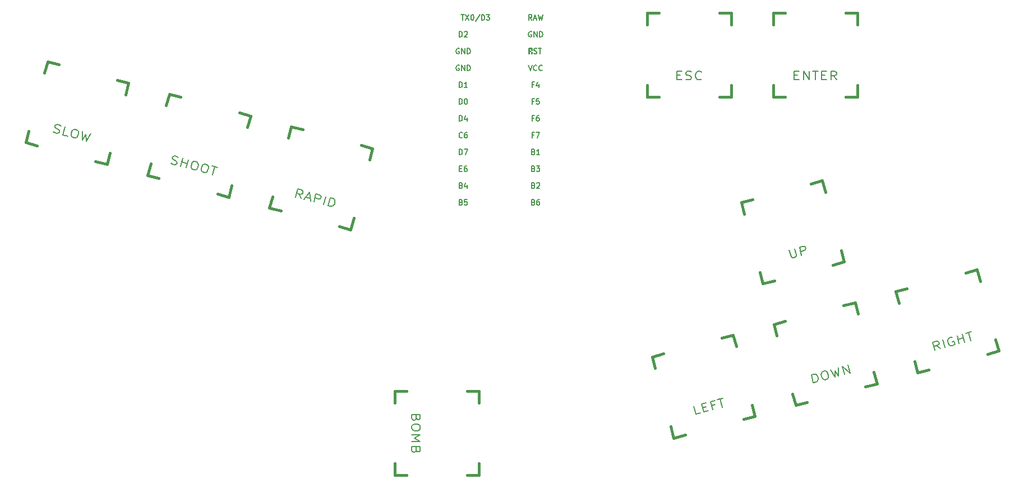
<source format=gbr>
%TF.GenerationSoftware,KiCad,Pcbnew,(5.1.10-1-10_14)*%
%TF.CreationDate,2021-08-10T17:18:57+02:00*%
%TF.ProjectId,project,70726f6a-6563-4742-9e6b-696361645f70,rev?*%
%TF.SameCoordinates,Original*%
%TF.FileFunction,Legend,Top*%
%TF.FilePolarity,Positive*%
%FSLAX46Y46*%
G04 Gerber Fmt 4.6, Leading zero omitted, Abs format (unit mm)*
G04 Created by KiCad (PCBNEW (5.1.10-1-10_14)) date 2021-08-10 17:18:57*
%MOMM*%
%LPD*%
G01*
G04 APERTURE LIST*
%ADD10C,0.150000*%
%ADD11C,0.381000*%
%ADD12C,0.203200*%
G04 APERTURE END LIST*
D10*
%TO.C,U0*%
G36*
X155744068Y-53345610D02*
G01*
X155744068Y-53645610D01*
X155644068Y-53645610D01*
X155644068Y-53345610D01*
X155744068Y-53345610D01*
G37*
X155744068Y-53345610D02*
X155744068Y-53645610D01*
X155644068Y-53645610D01*
X155644068Y-53345610D01*
X155744068Y-53345610D01*
G36*
X155544068Y-53745610D02*
G01*
X155544068Y-53845610D01*
X155444068Y-53845610D01*
X155444068Y-53745610D01*
X155544068Y-53745610D01*
G37*
X155544068Y-53745610D02*
X155544068Y-53845610D01*
X155444068Y-53845610D01*
X155444068Y-53745610D01*
X155544068Y-53745610D01*
G36*
X155744068Y-53345610D02*
G01*
X155744068Y-53445610D01*
X155244068Y-53445610D01*
X155244068Y-53345610D01*
X155744068Y-53345610D01*
G37*
X155744068Y-53345610D02*
X155744068Y-53445610D01*
X155244068Y-53445610D01*
X155244068Y-53345610D01*
X155744068Y-53345610D01*
G36*
X155344068Y-53345610D02*
G01*
X155344068Y-54145610D01*
X155244068Y-54145610D01*
X155244068Y-53345610D01*
X155344068Y-53345610D01*
G37*
X155344068Y-53345610D02*
X155344068Y-54145610D01*
X155244068Y-54145610D01*
X155244068Y-53345610D01*
X155344068Y-53345610D01*
G36*
X155744068Y-53945610D02*
G01*
X155744068Y-54145610D01*
X155644068Y-54145610D01*
X155644068Y-53945610D01*
X155744068Y-53945610D01*
G37*
X155744068Y-53945610D02*
X155744068Y-54145610D01*
X155644068Y-54145610D01*
X155644068Y-53945610D01*
X155744068Y-53945610D01*
D11*
%TO.C,RIGHT*%
X210643620Y-90111938D02*
X212361036Y-89651758D01*
X221193462Y-87285116D02*
X222910878Y-86824936D01*
X222910878Y-86824936D02*
X223371058Y-88542352D01*
X225737700Y-97374778D02*
X226197880Y-99092194D01*
X226197880Y-99092194D02*
X224480464Y-99552374D01*
X215648038Y-101919016D02*
X213930622Y-102379196D01*
X213930622Y-102379196D02*
X213470442Y-100661780D01*
X211103800Y-91829354D02*
X210643620Y-90111938D01*
%TO.C,DOWN*%
X192242733Y-95042441D02*
X193960149Y-94582261D01*
X202792575Y-92215619D02*
X204509991Y-91755439D01*
X204509991Y-91755439D02*
X204970171Y-93472855D01*
X207336813Y-102305281D02*
X207796993Y-104022697D01*
X207796993Y-104022697D02*
X206079577Y-104482877D01*
X197247151Y-106849519D02*
X195529735Y-107309699D01*
X195529735Y-107309699D02*
X195069555Y-105592283D01*
X192702913Y-96759857D02*
X192242733Y-95042441D01*
%TO.C,UP*%
X187312230Y-76641554D02*
X189029646Y-76181374D01*
X197862072Y-73814732D02*
X199579488Y-73354552D01*
X199579488Y-73354552D02*
X200039668Y-75071968D01*
X202406310Y-83904394D02*
X202866490Y-85621810D01*
X202866490Y-85621810D02*
X201149074Y-86081990D01*
X192316648Y-88448632D02*
X190599232Y-88908812D01*
X190599232Y-88908812D02*
X190139052Y-87191396D01*
X187772410Y-78358970D02*
X187312230Y-76641554D01*
%TO.C,LEFT*%
X173841846Y-99972944D02*
X175559262Y-99512764D01*
X184391688Y-97146122D02*
X186109104Y-96685942D01*
X186109104Y-96685942D02*
X186569284Y-98403358D01*
X188935926Y-107235784D02*
X189396106Y-108953200D01*
X189396106Y-108953200D02*
X187678690Y-109413380D01*
X178846264Y-111780022D02*
X177128848Y-112240202D01*
X177128848Y-112240202D02*
X176668668Y-110522786D01*
X174302026Y-101690360D02*
X173841846Y-99972944D01*
%TO.C,ENTER*%
X192151000Y-48006000D02*
X193929000Y-48006000D01*
X203073000Y-48006000D02*
X204851000Y-48006000D01*
X204851000Y-48006000D02*
X204851000Y-49784000D01*
X204851000Y-58928000D02*
X204851000Y-60706000D01*
X204851000Y-60706000D02*
X203073000Y-60706000D01*
X193929000Y-60706000D02*
X192151000Y-60706000D01*
X192151000Y-60706000D02*
X192151000Y-58928000D01*
X192151000Y-49784000D02*
X192151000Y-48006000D01*
%TO.C,ESC*%
X173101000Y-48006000D02*
X174879000Y-48006000D01*
X184023000Y-48006000D02*
X185801000Y-48006000D01*
X185801000Y-48006000D02*
X185801000Y-49784000D01*
X185801000Y-58928000D02*
X185801000Y-60706000D01*
X185801000Y-60706000D02*
X184023000Y-60706000D01*
X174879000Y-60706000D02*
X173101000Y-60706000D01*
X173101000Y-60706000D02*
X173101000Y-58928000D01*
X173101000Y-49784000D02*
X173101000Y-48006000D01*
%TO.C,BOMB*%
X147701000Y-105156000D02*
X147701000Y-106934000D01*
X147701000Y-116078000D02*
X147701000Y-117856000D01*
X147701000Y-117856000D02*
X145923000Y-117856000D01*
X136779000Y-117856000D02*
X135001000Y-117856000D01*
X135001000Y-117856000D02*
X135001000Y-116078000D01*
X135001000Y-106934000D02*
X135001000Y-105156000D01*
X135001000Y-105156000D02*
X136779000Y-105156000D01*
X145923000Y-105156000D02*
X147701000Y-105156000D01*
%TO.C,RAPID*%
X119378147Y-65196998D02*
X121095563Y-65657178D01*
X129927989Y-68023820D02*
X131645405Y-68484000D01*
X131645405Y-68484000D02*
X131185225Y-70201416D01*
X128818583Y-79033842D02*
X128358403Y-80751258D01*
X128358403Y-80751258D02*
X126640987Y-80291078D01*
X117808561Y-77924436D02*
X116091145Y-77464256D01*
X116091145Y-77464256D02*
X116551325Y-75746840D01*
X118917967Y-66914414D02*
X119378147Y-65196998D01*
%TO.C,SHOOT*%
X100977260Y-60266495D02*
X102694676Y-60726675D01*
X111527102Y-63093317D02*
X113244518Y-63553497D01*
X113244518Y-63553497D02*
X112784338Y-65270913D01*
X110417696Y-74103339D02*
X109957516Y-75820755D01*
X109957516Y-75820755D02*
X108240100Y-75360575D01*
X99407674Y-72993933D02*
X97690258Y-72533753D01*
X97690258Y-72533753D02*
X98150438Y-70816337D01*
X100517080Y-61983911D02*
X100977260Y-60266495D01*
%TO.C,SLOW*%
X82576373Y-55335993D02*
X84293789Y-55796173D01*
X93126215Y-58162815D02*
X94843631Y-58622995D01*
X94843631Y-58622995D02*
X94383451Y-60340411D01*
X92016809Y-69172837D02*
X91556629Y-70890253D01*
X91556629Y-70890253D02*
X89839213Y-70430073D01*
X81006787Y-68063431D02*
X79289371Y-67603251D01*
X79289371Y-67603251D02*
X79749551Y-65885835D01*
X82116193Y-57053409D02*
X82576373Y-55335993D01*
%TO.C,U0*%
D10*
X145050151Y-48298154D02*
X145507294Y-48298154D01*
X145278723Y-49098154D02*
X145278723Y-48298154D01*
X145697770Y-48298154D02*
X146231104Y-49098154D01*
X146231104Y-48298154D02*
X145697770Y-49098154D01*
X146688247Y-48298154D02*
X146764437Y-48298154D01*
X146840628Y-48336250D01*
X146878723Y-48374345D01*
X146916818Y-48450535D01*
X146954913Y-48602916D01*
X146954913Y-48793392D01*
X146916818Y-48945773D01*
X146878723Y-49021964D01*
X146840628Y-49060059D01*
X146764437Y-49098154D01*
X146688247Y-49098154D01*
X146612056Y-49060059D01*
X146573961Y-49021964D01*
X146535866Y-48945773D01*
X146497770Y-48793392D01*
X146497770Y-48602916D01*
X146535866Y-48450535D01*
X146573961Y-48374345D01*
X146612056Y-48336250D01*
X146688247Y-48298154D01*
X147869199Y-48260059D02*
X147183485Y-49288630D01*
X148135866Y-49098154D02*
X148135866Y-48298154D01*
X148326342Y-48298154D01*
X148440628Y-48336250D01*
X148516818Y-48412440D01*
X148554913Y-48488630D01*
X148593008Y-48641011D01*
X148593008Y-48755297D01*
X148554913Y-48907678D01*
X148516818Y-48983869D01*
X148440628Y-49060059D01*
X148326342Y-49098154D01*
X148135866Y-49098154D01*
X148859675Y-48298154D02*
X149354913Y-48298154D01*
X149088247Y-48602916D01*
X149202532Y-48602916D01*
X149278723Y-48641011D01*
X149316818Y-48679107D01*
X149354913Y-48755297D01*
X149354913Y-48945773D01*
X149316818Y-49021964D01*
X149278723Y-49060059D01*
X149202532Y-49098154D01*
X148973961Y-49098154D01*
X148897770Y-49060059D01*
X148859675Y-49021964D01*
X144761023Y-51638154D02*
X144761023Y-50838154D01*
X144951500Y-50838154D01*
X145065785Y-50876250D01*
X145141976Y-50952440D01*
X145180071Y-51028630D01*
X145218166Y-51181011D01*
X145218166Y-51295297D01*
X145180071Y-51447678D01*
X145141976Y-51523869D01*
X145065785Y-51600059D01*
X144951500Y-51638154D01*
X144761023Y-51638154D01*
X145522928Y-50914345D02*
X145561023Y-50876250D01*
X145637214Y-50838154D01*
X145827690Y-50838154D01*
X145903880Y-50876250D01*
X145941976Y-50914345D01*
X145980071Y-50990535D01*
X145980071Y-51066726D01*
X145941976Y-51181011D01*
X145484833Y-51638154D01*
X145980071Y-51638154D01*
X144761023Y-61798154D02*
X144761023Y-60998154D01*
X144951500Y-60998154D01*
X145065785Y-61036250D01*
X145141976Y-61112440D01*
X145180071Y-61188630D01*
X145218166Y-61341011D01*
X145218166Y-61455297D01*
X145180071Y-61607678D01*
X145141976Y-61683869D01*
X145065785Y-61760059D01*
X144951500Y-61798154D01*
X144761023Y-61798154D01*
X145713404Y-60998154D02*
X145789595Y-60998154D01*
X145865785Y-61036250D01*
X145903880Y-61074345D01*
X145941976Y-61150535D01*
X145980071Y-61302916D01*
X145980071Y-61493392D01*
X145941976Y-61645773D01*
X145903880Y-61721964D01*
X145865785Y-61760059D01*
X145789595Y-61798154D01*
X145713404Y-61798154D01*
X145637214Y-61760059D01*
X145599119Y-61721964D01*
X145561023Y-61645773D01*
X145522928Y-61493392D01*
X145522928Y-61302916D01*
X145561023Y-61150535D01*
X145599119Y-61074345D01*
X145637214Y-61036250D01*
X145713404Y-60998154D01*
X144761023Y-59258154D02*
X144761023Y-58458154D01*
X144951500Y-58458154D01*
X145065785Y-58496250D01*
X145141976Y-58572440D01*
X145180071Y-58648630D01*
X145218166Y-58801011D01*
X145218166Y-58915297D01*
X145180071Y-59067678D01*
X145141976Y-59143869D01*
X145065785Y-59220059D01*
X144951500Y-59258154D01*
X144761023Y-59258154D01*
X145980071Y-59258154D02*
X145522928Y-59258154D01*
X145751500Y-59258154D02*
X145751500Y-58458154D01*
X145675309Y-58572440D01*
X145599119Y-58648630D01*
X145522928Y-58686726D01*
X144741976Y-55956250D02*
X144665785Y-55918154D01*
X144551500Y-55918154D01*
X144437214Y-55956250D01*
X144361023Y-56032440D01*
X144322928Y-56108630D01*
X144284833Y-56261011D01*
X144284833Y-56375297D01*
X144322928Y-56527678D01*
X144361023Y-56603869D01*
X144437214Y-56680059D01*
X144551500Y-56718154D01*
X144627690Y-56718154D01*
X144741976Y-56680059D01*
X144780071Y-56641964D01*
X144780071Y-56375297D01*
X144627690Y-56375297D01*
X145122928Y-56718154D02*
X145122928Y-55918154D01*
X145580071Y-56718154D01*
X145580071Y-55918154D01*
X145961023Y-56718154D02*
X145961023Y-55918154D01*
X146151500Y-55918154D01*
X146265785Y-55956250D01*
X146341976Y-56032440D01*
X146380071Y-56108630D01*
X146418166Y-56261011D01*
X146418166Y-56375297D01*
X146380071Y-56527678D01*
X146341976Y-56603869D01*
X146265785Y-56680059D01*
X146151500Y-56718154D01*
X145961023Y-56718154D01*
X144741976Y-53416250D02*
X144665785Y-53378154D01*
X144551500Y-53378154D01*
X144437214Y-53416250D01*
X144361023Y-53492440D01*
X144322928Y-53568630D01*
X144284833Y-53721011D01*
X144284833Y-53835297D01*
X144322928Y-53987678D01*
X144361023Y-54063869D01*
X144437214Y-54140059D01*
X144551500Y-54178154D01*
X144627690Y-54178154D01*
X144741976Y-54140059D01*
X144780071Y-54101964D01*
X144780071Y-53835297D01*
X144627690Y-53835297D01*
X145122928Y-54178154D02*
X145122928Y-53378154D01*
X145580071Y-54178154D01*
X145580071Y-53378154D01*
X145961023Y-54178154D02*
X145961023Y-53378154D01*
X146151500Y-53378154D01*
X146265785Y-53416250D01*
X146341976Y-53492440D01*
X146380071Y-53568630D01*
X146418166Y-53721011D01*
X146418166Y-53835297D01*
X146380071Y-53987678D01*
X146341976Y-54063869D01*
X146265785Y-54140059D01*
X146151500Y-54178154D01*
X145961023Y-54178154D01*
X144761023Y-64338154D02*
X144761023Y-63538154D01*
X144951500Y-63538154D01*
X145065785Y-63576250D01*
X145141976Y-63652440D01*
X145180071Y-63728630D01*
X145218166Y-63881011D01*
X145218166Y-63995297D01*
X145180071Y-64147678D01*
X145141976Y-64223869D01*
X145065785Y-64300059D01*
X144951500Y-64338154D01*
X144761023Y-64338154D01*
X145903880Y-63804821D02*
X145903880Y-64338154D01*
X145713404Y-63500059D02*
X145522928Y-64071488D01*
X146018166Y-64071488D01*
X145218166Y-66801964D02*
X145180071Y-66840059D01*
X145065785Y-66878154D01*
X144989595Y-66878154D01*
X144875309Y-66840059D01*
X144799119Y-66763869D01*
X144761023Y-66687678D01*
X144722928Y-66535297D01*
X144722928Y-66421011D01*
X144761023Y-66268630D01*
X144799119Y-66192440D01*
X144875309Y-66116250D01*
X144989595Y-66078154D01*
X145065785Y-66078154D01*
X145180071Y-66116250D01*
X145218166Y-66154345D01*
X145903880Y-66078154D02*
X145751500Y-66078154D01*
X145675309Y-66116250D01*
X145637214Y-66154345D01*
X145561023Y-66268630D01*
X145522928Y-66421011D01*
X145522928Y-66725773D01*
X145561023Y-66801964D01*
X145599119Y-66840059D01*
X145675309Y-66878154D01*
X145827690Y-66878154D01*
X145903880Y-66840059D01*
X145941976Y-66801964D01*
X145980071Y-66725773D01*
X145980071Y-66535297D01*
X145941976Y-66459107D01*
X145903880Y-66421011D01*
X145827690Y-66382916D01*
X145675309Y-66382916D01*
X145599119Y-66421011D01*
X145561023Y-66459107D01*
X145522928Y-66535297D01*
X144761023Y-69418154D02*
X144761023Y-68618154D01*
X144951500Y-68618154D01*
X145065785Y-68656250D01*
X145141976Y-68732440D01*
X145180071Y-68808630D01*
X145218166Y-68961011D01*
X145218166Y-69075297D01*
X145180071Y-69227678D01*
X145141976Y-69303869D01*
X145065785Y-69380059D01*
X144951500Y-69418154D01*
X144761023Y-69418154D01*
X145484833Y-68618154D02*
X146018166Y-68618154D01*
X145675309Y-69418154D01*
X144799119Y-71539107D02*
X145065785Y-71539107D01*
X145180071Y-71958154D02*
X144799119Y-71958154D01*
X144799119Y-71158154D01*
X145180071Y-71158154D01*
X145865785Y-71158154D02*
X145713404Y-71158154D01*
X145637214Y-71196250D01*
X145599119Y-71234345D01*
X145522928Y-71348630D01*
X145484833Y-71501011D01*
X145484833Y-71805773D01*
X145522928Y-71881964D01*
X145561023Y-71920059D01*
X145637214Y-71958154D01*
X145789595Y-71958154D01*
X145865785Y-71920059D01*
X145903880Y-71881964D01*
X145941976Y-71805773D01*
X145941976Y-71615297D01*
X145903880Y-71539107D01*
X145865785Y-71501011D01*
X145789595Y-71462916D01*
X145637214Y-71462916D01*
X145561023Y-71501011D01*
X145522928Y-71539107D01*
X145484833Y-71615297D01*
X145027690Y-74079107D02*
X145141976Y-74117202D01*
X145180071Y-74155297D01*
X145218166Y-74231488D01*
X145218166Y-74345773D01*
X145180071Y-74421964D01*
X145141976Y-74460059D01*
X145065785Y-74498154D01*
X144761023Y-74498154D01*
X144761023Y-73698154D01*
X145027690Y-73698154D01*
X145103880Y-73736250D01*
X145141976Y-73774345D01*
X145180071Y-73850535D01*
X145180071Y-73926726D01*
X145141976Y-74002916D01*
X145103880Y-74041011D01*
X145027690Y-74079107D01*
X144761023Y-74079107D01*
X145903880Y-73964821D02*
X145903880Y-74498154D01*
X145713404Y-73660059D02*
X145522928Y-74231488D01*
X146018166Y-74231488D01*
X145027690Y-76619107D02*
X145141976Y-76657202D01*
X145180071Y-76695297D01*
X145218166Y-76771488D01*
X145218166Y-76885773D01*
X145180071Y-76961964D01*
X145141976Y-77000059D01*
X145065785Y-77038154D01*
X144761023Y-77038154D01*
X144761023Y-76238154D01*
X145027690Y-76238154D01*
X145103880Y-76276250D01*
X145141976Y-76314345D01*
X145180071Y-76390535D01*
X145180071Y-76466726D01*
X145141976Y-76542916D01*
X145103880Y-76581011D01*
X145027690Y-76619107D01*
X144761023Y-76619107D01*
X145941976Y-76238154D02*
X145561023Y-76238154D01*
X145522928Y-76619107D01*
X145561023Y-76581011D01*
X145637214Y-76542916D01*
X145827690Y-76542916D01*
X145903880Y-76581011D01*
X145941976Y-76619107D01*
X145980071Y-76695297D01*
X145980071Y-76885773D01*
X145941976Y-76961964D01*
X145903880Y-77000059D01*
X145827690Y-77038154D01*
X145637214Y-77038154D01*
X145561023Y-77000059D01*
X145522928Y-76961964D01*
X155949690Y-76619107D02*
X156063976Y-76657202D01*
X156102071Y-76695297D01*
X156140166Y-76771488D01*
X156140166Y-76885773D01*
X156102071Y-76961964D01*
X156063976Y-77000059D01*
X155987785Y-77038154D01*
X155683023Y-77038154D01*
X155683023Y-76238154D01*
X155949690Y-76238154D01*
X156025880Y-76276250D01*
X156063976Y-76314345D01*
X156102071Y-76390535D01*
X156102071Y-76466726D01*
X156063976Y-76542916D01*
X156025880Y-76581011D01*
X155949690Y-76619107D01*
X155683023Y-76619107D01*
X156825880Y-76238154D02*
X156673500Y-76238154D01*
X156597309Y-76276250D01*
X156559214Y-76314345D01*
X156483023Y-76428630D01*
X156444928Y-76581011D01*
X156444928Y-76885773D01*
X156483023Y-76961964D01*
X156521119Y-77000059D01*
X156597309Y-77038154D01*
X156749690Y-77038154D01*
X156825880Y-77000059D01*
X156863976Y-76961964D01*
X156902071Y-76885773D01*
X156902071Y-76695297D01*
X156863976Y-76619107D01*
X156825880Y-76581011D01*
X156749690Y-76542916D01*
X156597309Y-76542916D01*
X156521119Y-76581011D01*
X156483023Y-76619107D01*
X156444928Y-76695297D01*
X155949690Y-71539107D02*
X156063976Y-71577202D01*
X156102071Y-71615297D01*
X156140166Y-71691488D01*
X156140166Y-71805773D01*
X156102071Y-71881964D01*
X156063976Y-71920059D01*
X155987785Y-71958154D01*
X155683023Y-71958154D01*
X155683023Y-71158154D01*
X155949690Y-71158154D01*
X156025880Y-71196250D01*
X156063976Y-71234345D01*
X156102071Y-71310535D01*
X156102071Y-71386726D01*
X156063976Y-71462916D01*
X156025880Y-71501011D01*
X155949690Y-71539107D01*
X155683023Y-71539107D01*
X156406833Y-71158154D02*
X156902071Y-71158154D01*
X156635404Y-71462916D01*
X156749690Y-71462916D01*
X156825880Y-71501011D01*
X156863976Y-71539107D01*
X156902071Y-71615297D01*
X156902071Y-71805773D01*
X156863976Y-71881964D01*
X156825880Y-71920059D01*
X156749690Y-71958154D01*
X156521119Y-71958154D01*
X156444928Y-71920059D01*
X156406833Y-71881964D01*
X155949690Y-68999107D02*
X156063976Y-69037202D01*
X156102071Y-69075297D01*
X156140166Y-69151488D01*
X156140166Y-69265773D01*
X156102071Y-69341964D01*
X156063976Y-69380059D01*
X155987785Y-69418154D01*
X155683023Y-69418154D01*
X155683023Y-68618154D01*
X155949690Y-68618154D01*
X156025880Y-68656250D01*
X156063976Y-68694345D01*
X156102071Y-68770535D01*
X156102071Y-68846726D01*
X156063976Y-68922916D01*
X156025880Y-68961011D01*
X155949690Y-68999107D01*
X155683023Y-68999107D01*
X156902071Y-69418154D02*
X156444928Y-69418154D01*
X156673500Y-69418154D02*
X156673500Y-68618154D01*
X156597309Y-68732440D01*
X156521119Y-68808630D01*
X156444928Y-68846726D01*
X156006833Y-58839107D02*
X155740166Y-58839107D01*
X155740166Y-59258154D02*
X155740166Y-58458154D01*
X156121119Y-58458154D01*
X156768738Y-58724821D02*
X156768738Y-59258154D01*
X156578261Y-58420059D02*
X156387785Y-58991488D01*
X156883023Y-58991488D01*
X155206833Y-55918154D02*
X155473500Y-56718154D01*
X155740166Y-55918154D01*
X156463976Y-56641964D02*
X156425880Y-56680059D01*
X156311595Y-56718154D01*
X156235404Y-56718154D01*
X156121119Y-56680059D01*
X156044928Y-56603869D01*
X156006833Y-56527678D01*
X155968738Y-56375297D01*
X155968738Y-56261011D01*
X156006833Y-56108630D01*
X156044928Y-56032440D01*
X156121119Y-55956250D01*
X156235404Y-55918154D01*
X156311595Y-55918154D01*
X156425880Y-55956250D01*
X156463976Y-55994345D01*
X157263976Y-56641964D02*
X157225880Y-56680059D01*
X157111595Y-56718154D01*
X157035404Y-56718154D01*
X156921119Y-56680059D01*
X156844928Y-56603869D01*
X156806833Y-56527678D01*
X156768738Y-56375297D01*
X156768738Y-56261011D01*
X156806833Y-56108630D01*
X156844928Y-56032440D01*
X156921119Y-55956250D01*
X157035404Y-55918154D01*
X157111595Y-55918154D01*
X157225880Y-55956250D01*
X157263976Y-55994345D01*
X156012286Y-54110059D02*
X156126572Y-54148154D01*
X156317048Y-54148154D01*
X156393239Y-54110059D01*
X156431334Y-54071964D01*
X156469429Y-53995773D01*
X156469429Y-53919583D01*
X156431334Y-53843392D01*
X156393239Y-53805297D01*
X156317048Y-53767202D01*
X156164667Y-53729107D01*
X156088477Y-53691011D01*
X156050381Y-53652916D01*
X156012286Y-53576726D01*
X156012286Y-53500535D01*
X156050381Y-53424345D01*
X156088477Y-53386250D01*
X156164667Y-53348154D01*
X156355143Y-53348154D01*
X156469429Y-53386250D01*
X156698000Y-53348154D02*
X157155143Y-53348154D01*
X156926572Y-54148154D02*
X156926572Y-53348154D01*
X155663976Y-50876250D02*
X155587785Y-50838154D01*
X155473500Y-50838154D01*
X155359214Y-50876250D01*
X155283023Y-50952440D01*
X155244928Y-51028630D01*
X155206833Y-51181011D01*
X155206833Y-51295297D01*
X155244928Y-51447678D01*
X155283023Y-51523869D01*
X155359214Y-51600059D01*
X155473500Y-51638154D01*
X155549690Y-51638154D01*
X155663976Y-51600059D01*
X155702071Y-51561964D01*
X155702071Y-51295297D01*
X155549690Y-51295297D01*
X156044928Y-51638154D02*
X156044928Y-50838154D01*
X156502071Y-51638154D01*
X156502071Y-50838154D01*
X156883023Y-51638154D02*
X156883023Y-50838154D01*
X157073500Y-50838154D01*
X157187785Y-50876250D01*
X157263976Y-50952440D01*
X157302071Y-51028630D01*
X157340166Y-51181011D01*
X157340166Y-51295297D01*
X157302071Y-51447678D01*
X157263976Y-51523869D01*
X157187785Y-51600059D01*
X157073500Y-51638154D01*
X156883023Y-51638154D01*
X155721119Y-49098154D02*
X155454452Y-48717202D01*
X155263976Y-49098154D02*
X155263976Y-48298154D01*
X155568738Y-48298154D01*
X155644928Y-48336250D01*
X155683023Y-48374345D01*
X155721119Y-48450535D01*
X155721119Y-48564821D01*
X155683023Y-48641011D01*
X155644928Y-48679107D01*
X155568738Y-48717202D01*
X155263976Y-48717202D01*
X156025880Y-48869583D02*
X156406833Y-48869583D01*
X155949690Y-49098154D02*
X156216357Y-48298154D01*
X156483023Y-49098154D01*
X156673500Y-48298154D02*
X156863976Y-49098154D01*
X157016357Y-48526726D01*
X157168738Y-49098154D01*
X157359214Y-48298154D01*
X156006833Y-61379107D02*
X155740166Y-61379107D01*
X155740166Y-61798154D02*
X155740166Y-60998154D01*
X156121119Y-60998154D01*
X156806833Y-60998154D02*
X156425880Y-60998154D01*
X156387785Y-61379107D01*
X156425880Y-61341011D01*
X156502071Y-61302916D01*
X156692547Y-61302916D01*
X156768738Y-61341011D01*
X156806833Y-61379107D01*
X156844928Y-61455297D01*
X156844928Y-61645773D01*
X156806833Y-61721964D01*
X156768738Y-61760059D01*
X156692547Y-61798154D01*
X156502071Y-61798154D01*
X156425880Y-61760059D01*
X156387785Y-61721964D01*
X156006833Y-63919107D02*
X155740166Y-63919107D01*
X155740166Y-64338154D02*
X155740166Y-63538154D01*
X156121119Y-63538154D01*
X156768738Y-63538154D02*
X156616357Y-63538154D01*
X156540166Y-63576250D01*
X156502071Y-63614345D01*
X156425880Y-63728630D01*
X156387785Y-63881011D01*
X156387785Y-64185773D01*
X156425880Y-64261964D01*
X156463976Y-64300059D01*
X156540166Y-64338154D01*
X156692547Y-64338154D01*
X156768738Y-64300059D01*
X156806833Y-64261964D01*
X156844928Y-64185773D01*
X156844928Y-63995297D01*
X156806833Y-63919107D01*
X156768738Y-63881011D01*
X156692547Y-63842916D01*
X156540166Y-63842916D01*
X156463976Y-63881011D01*
X156425880Y-63919107D01*
X156387785Y-63995297D01*
X156006833Y-66459107D02*
X155740166Y-66459107D01*
X155740166Y-66878154D02*
X155740166Y-66078154D01*
X156121119Y-66078154D01*
X156349690Y-66078154D02*
X156883023Y-66078154D01*
X156540166Y-66878154D01*
X155949690Y-74079107D02*
X156063976Y-74117202D01*
X156102071Y-74155297D01*
X156140166Y-74231488D01*
X156140166Y-74345773D01*
X156102071Y-74421964D01*
X156063976Y-74460059D01*
X155987785Y-74498154D01*
X155683023Y-74498154D01*
X155683023Y-73698154D01*
X155949690Y-73698154D01*
X156025880Y-73736250D01*
X156063976Y-73774345D01*
X156102071Y-73850535D01*
X156102071Y-73926726D01*
X156063976Y-74002916D01*
X156025880Y-74041011D01*
X155949690Y-74079107D01*
X155683023Y-74079107D01*
X156444928Y-73774345D02*
X156483023Y-73736250D01*
X156559214Y-73698154D01*
X156749690Y-73698154D01*
X156825880Y-73736250D01*
X156863976Y-73774345D01*
X156902071Y-73850535D01*
X156902071Y-73926726D01*
X156863976Y-74041011D01*
X156406833Y-74498154D01*
X156902071Y-74498154D01*
%TO.C,RIGHT*%
D12*
X217428436Y-98749747D02*
X216781222Y-98297072D01*
X216587253Y-98975142D02*
X216258552Y-97748416D01*
X216819341Y-97598153D01*
X216975191Y-97619003D01*
X217060942Y-97658635D01*
X217162345Y-97756683D01*
X217209302Y-97931930D01*
X217170509Y-98067544D01*
X217116062Y-98144742D01*
X216991518Y-98240724D01*
X216430729Y-98390986D01*
X218059323Y-98580701D02*
X217730623Y-97353976D01*
X219218347Y-97017951D02*
X219062497Y-96997101D01*
X218852201Y-97053450D01*
X218657558Y-97168214D01*
X218548665Y-97322611D01*
X218509871Y-97458224D01*
X218502382Y-97710669D01*
X218549340Y-97885916D01*
X218682048Y-98100795D01*
X218783451Y-98198843D01*
X218954953Y-98278109D01*
X219180901Y-98280175D01*
X219321099Y-98242610D01*
X219515742Y-98127846D01*
X219570188Y-98050647D01*
X219460622Y-97641739D01*
X219180227Y-97716870D01*
X220232381Y-97998432D02*
X219903680Y-96771707D01*
X220060204Y-97355862D02*
X220901388Y-97130467D01*
X221073564Y-97773038D02*
X220744864Y-96546312D01*
X221235554Y-96414832D02*
X222076738Y-96189438D01*
X221984846Y-97528861D02*
X221656146Y-96302135D01*
%TO.C,DOWN*%
X198221415Y-103896253D02*
X197892715Y-102669527D01*
X198243208Y-102575613D01*
X198469156Y-102577680D01*
X198640658Y-102656945D01*
X198742061Y-102754993D01*
X198874770Y-102969873D01*
X198921727Y-103145119D01*
X198914238Y-103397564D01*
X198875444Y-103533178D01*
X198766551Y-103687575D01*
X198571908Y-103802339D01*
X198221415Y-103896253D01*
X199645180Y-102199956D02*
X199925575Y-102124824D01*
X200081424Y-102145674D01*
X200252926Y-102224939D01*
X200385634Y-102439818D01*
X200495201Y-102848727D01*
X200487712Y-103101172D01*
X200378820Y-103255569D01*
X200254275Y-103351550D01*
X199973880Y-103426681D01*
X199818031Y-103405832D01*
X199646529Y-103326566D01*
X199513820Y-103111687D01*
X199404254Y-102702779D01*
X199411743Y-102450334D01*
X199520635Y-102295937D01*
X199645180Y-102199956D01*
X200766758Y-101899430D02*
X201445951Y-103032241D01*
X201491560Y-102080877D01*
X202006740Y-102881978D01*
X202028533Y-101561338D01*
X202918022Y-102637801D02*
X202589322Y-101411075D01*
X203759206Y-102412407D01*
X203430505Y-101185681D01*
%TO.C,UP*%
X194574480Y-83836634D02*
X194840570Y-84829698D01*
X194941974Y-84927746D01*
X195027725Y-84967379D01*
X195183574Y-84988229D01*
X195463969Y-84913097D01*
X195588514Y-84817116D01*
X195642960Y-84739918D01*
X195681754Y-84604304D01*
X195415663Y-83611240D01*
X196445350Y-84650137D02*
X196116649Y-83423411D01*
X196677438Y-83273148D01*
X196833288Y-83293998D01*
X196919039Y-83333631D01*
X197020442Y-83431679D01*
X197067400Y-83606925D01*
X197028606Y-83742539D01*
X196974159Y-83819738D01*
X196849615Y-83915719D01*
X196288826Y-84065982D01*
%TO.C,LEFT*%
X181187451Y-108460490D02*
X180486465Y-108648319D01*
X180157765Y-107421593D01*
X181505965Y-107686440D02*
X181996655Y-107554959D01*
X182379127Y-108141181D02*
X181678141Y-108329010D01*
X181349441Y-107102284D01*
X182050427Y-106914456D01*
X183328529Y-107198085D02*
X182837839Y-107329565D01*
X183010015Y-107972136D02*
X182681315Y-106745410D01*
X183382301Y-106557581D01*
X183732794Y-106463667D02*
X184573977Y-106238272D01*
X184482086Y-107577695D02*
X184153386Y-106350970D01*
%TO.C,ENTER*%
X195344142Y-57440285D02*
X195852142Y-57440285D01*
X196069857Y-58105523D02*
X195344142Y-58105523D01*
X195344142Y-56835523D01*
X196069857Y-56835523D01*
X196723000Y-58105523D02*
X196723000Y-56835523D01*
X197593857Y-58105523D01*
X197593857Y-56835523D01*
X198101857Y-56835523D02*
X198972714Y-56835523D01*
X198537285Y-58105523D02*
X198537285Y-56835523D01*
X199480714Y-57440285D02*
X199988714Y-57440285D01*
X200206428Y-58105523D02*
X199480714Y-58105523D01*
X199480714Y-56835523D01*
X200206428Y-56835523D01*
X201730428Y-58105523D02*
X201222428Y-57500761D01*
X200859571Y-58105523D02*
X200859571Y-56835523D01*
X201440142Y-56835523D01*
X201585285Y-56896000D01*
X201657857Y-56956476D01*
X201730428Y-57077428D01*
X201730428Y-57258857D01*
X201657857Y-57379809D01*
X201585285Y-57440285D01*
X201440142Y-57500761D01*
X200859571Y-57500761D01*
%TO.C,ESC*%
X177636714Y-57440285D02*
X178144714Y-57440285D01*
X178362428Y-58105523D02*
X177636714Y-58105523D01*
X177636714Y-56835523D01*
X178362428Y-56835523D01*
X178943000Y-58045047D02*
X179160714Y-58105523D01*
X179523571Y-58105523D01*
X179668714Y-58045047D01*
X179741285Y-57984571D01*
X179813857Y-57863619D01*
X179813857Y-57742666D01*
X179741285Y-57621714D01*
X179668714Y-57561238D01*
X179523571Y-57500761D01*
X179233285Y-57440285D01*
X179088142Y-57379809D01*
X179015571Y-57319333D01*
X178943000Y-57198380D01*
X178943000Y-57077428D01*
X179015571Y-56956476D01*
X179088142Y-56896000D01*
X179233285Y-56835523D01*
X179596142Y-56835523D01*
X179813857Y-56896000D01*
X181337857Y-57984571D02*
X181265285Y-58045047D01*
X181047571Y-58105523D01*
X180902428Y-58105523D01*
X180684714Y-58045047D01*
X180539571Y-57924095D01*
X180467000Y-57803142D01*
X180394428Y-57561238D01*
X180394428Y-57379809D01*
X180467000Y-57137904D01*
X180539571Y-57016952D01*
X180684714Y-56896000D01*
X180902428Y-56835523D01*
X181047571Y-56835523D01*
X181265285Y-56896000D01*
X181337857Y-56956476D01*
%TO.C,BOMB*%
X138266714Y-109183714D02*
X138206238Y-109401428D01*
X138145761Y-109474000D01*
X138024809Y-109546571D01*
X137843380Y-109546571D01*
X137722428Y-109474000D01*
X137661952Y-109401428D01*
X137601476Y-109256285D01*
X137601476Y-108675714D01*
X138871476Y-108675714D01*
X138871476Y-109183714D01*
X138811000Y-109328857D01*
X138750523Y-109401428D01*
X138629571Y-109474000D01*
X138508619Y-109474000D01*
X138387666Y-109401428D01*
X138327190Y-109328857D01*
X138266714Y-109183714D01*
X138266714Y-108675714D01*
X138871476Y-110490000D02*
X138871476Y-110780285D01*
X138811000Y-110925428D01*
X138690047Y-111070571D01*
X138448142Y-111143142D01*
X138024809Y-111143142D01*
X137782904Y-111070571D01*
X137661952Y-110925428D01*
X137601476Y-110780285D01*
X137601476Y-110490000D01*
X137661952Y-110344857D01*
X137782904Y-110199714D01*
X138024809Y-110127142D01*
X138448142Y-110127142D01*
X138690047Y-110199714D01*
X138811000Y-110344857D01*
X138871476Y-110490000D01*
X137601476Y-111796285D02*
X138871476Y-111796285D01*
X137964333Y-112304285D01*
X138871476Y-112812285D01*
X137601476Y-112812285D01*
X138266714Y-114046000D02*
X138206238Y-114263714D01*
X138145761Y-114336285D01*
X138024809Y-114408857D01*
X137843380Y-114408857D01*
X137722428Y-114336285D01*
X137661952Y-114263714D01*
X137601476Y-114118571D01*
X137601476Y-113538000D01*
X138871476Y-113538000D01*
X138871476Y-114046000D01*
X138811000Y-114191142D01*
X138750523Y-114263714D01*
X138629571Y-114336285D01*
X138508619Y-114336285D01*
X138387666Y-114263714D01*
X138327190Y-114191142D01*
X138266714Y-114046000D01*
X138266714Y-113538000D01*
%TO.C,RAPID*%
X120900016Y-76060577D02*
X120565850Y-75344942D01*
X120058833Y-75835183D02*
X120387533Y-74608457D01*
X120948322Y-74758720D01*
X121072867Y-74854701D01*
X121127313Y-74931900D01*
X121166107Y-75067513D01*
X121119150Y-75242760D01*
X121017746Y-75340808D01*
X120931995Y-75380441D01*
X120776146Y-75401291D01*
X120215357Y-75251028D01*
X121554719Y-75860347D02*
X122255706Y-76048176D01*
X121320608Y-76173274D02*
X122139998Y-75078029D01*
X122301989Y-76436235D01*
X122792679Y-76567715D02*
X123121379Y-75340989D01*
X123682168Y-75491252D01*
X123806713Y-75587233D01*
X123861159Y-75664431D01*
X123899953Y-75800045D01*
X123852996Y-75975292D01*
X123751592Y-76073340D01*
X123665841Y-76112973D01*
X123509992Y-76133822D01*
X122949203Y-75983559D01*
X124264750Y-76962155D02*
X124593450Y-75735429D01*
X124965736Y-77149983D02*
X125294436Y-75923258D01*
X125644929Y-76017172D01*
X125839573Y-76131936D01*
X125948465Y-76286333D01*
X125987259Y-76421947D01*
X125994748Y-76674392D01*
X125947791Y-76849638D01*
X125815083Y-77064517D01*
X125713679Y-77162566D01*
X125542177Y-77241831D01*
X125316229Y-77243898D01*
X124965736Y-77149983D01*
%TO.C,SHOOT*%
X101217957Y-70724176D02*
X101412601Y-70838940D01*
X101763094Y-70932854D01*
X101918943Y-70912004D01*
X102004694Y-70872372D01*
X102106098Y-70774323D01*
X102137403Y-70657492D01*
X102098609Y-70521879D01*
X102044162Y-70444680D01*
X101919618Y-70348699D01*
X101654876Y-70215152D01*
X101530331Y-70119171D01*
X101475884Y-70041972D01*
X101437091Y-69906358D01*
X101468395Y-69789527D01*
X101569799Y-69691479D01*
X101655550Y-69651847D01*
X101811399Y-69630997D01*
X102161893Y-69724911D01*
X102356536Y-69839675D01*
X102674376Y-71177031D02*
X103003076Y-69950306D01*
X102846552Y-70534461D02*
X103687735Y-70759855D01*
X103515559Y-71402426D02*
X103844259Y-70175700D01*
X104825640Y-70438660D02*
X105106034Y-70513792D01*
X105230579Y-70609773D01*
X105339472Y-70764170D01*
X105346961Y-71016614D01*
X105237394Y-71425523D01*
X105104686Y-71640402D01*
X104933184Y-71719668D01*
X104777334Y-71740517D01*
X104496940Y-71665386D01*
X104372395Y-71569405D01*
X104263502Y-71415008D01*
X104256013Y-71162563D01*
X104365580Y-70753654D01*
X104498288Y-70538775D01*
X104669790Y-70459510D01*
X104825640Y-70438660D01*
X106367810Y-70851883D02*
X106648204Y-70927015D01*
X106772749Y-71022996D01*
X106881641Y-71177393D01*
X106889130Y-71429838D01*
X106779564Y-71838746D01*
X106646855Y-72053625D01*
X106475353Y-72132891D01*
X106319504Y-72153740D01*
X106039109Y-72078609D01*
X105914565Y-71982628D01*
X105805672Y-71828231D01*
X105798183Y-71575786D01*
X105907750Y-71166877D01*
X106040458Y-70951998D01*
X106211960Y-70872733D01*
X106367810Y-70851883D01*
X107419289Y-71133626D02*
X108260472Y-71359021D01*
X107511180Y-72473049D02*
X107839881Y-71246323D01*
%TO.C,SLOW*%
X83483007Y-65972111D02*
X83677651Y-66086875D01*
X84028144Y-66180789D01*
X84183993Y-66159940D01*
X84269744Y-66120307D01*
X84371148Y-66022259D01*
X84402452Y-65905428D01*
X84363659Y-65769814D01*
X84309212Y-65692615D01*
X84184667Y-65596634D01*
X83919925Y-65463087D01*
X83795381Y-65367106D01*
X83740934Y-65289908D01*
X83702141Y-65154294D01*
X83733445Y-65037463D01*
X83834849Y-64939414D01*
X83920600Y-64899782D01*
X84076449Y-64878932D01*
X84426942Y-64972846D01*
X84621586Y-65087610D01*
X85640412Y-66612795D02*
X84939426Y-66424967D01*
X85268126Y-65198241D01*
X86740197Y-65592681D02*
X87020591Y-65667812D01*
X87145136Y-65763794D01*
X87254029Y-65918190D01*
X87261518Y-66170635D01*
X87151951Y-66579544D01*
X87019243Y-66794423D01*
X86847741Y-66873688D01*
X86691891Y-66894538D01*
X86411497Y-66819407D01*
X86286952Y-66723426D01*
X86178059Y-66569029D01*
X86170570Y-66316584D01*
X86280137Y-65907675D01*
X86412845Y-65692796D01*
X86584347Y-65613531D01*
X86740197Y-65592681D01*
X87861775Y-65893207D02*
X87883568Y-67213847D01*
X88398748Y-66412746D01*
X88444356Y-67364110D01*
X89123550Y-66231298D01*
%TD*%
M02*

</source>
